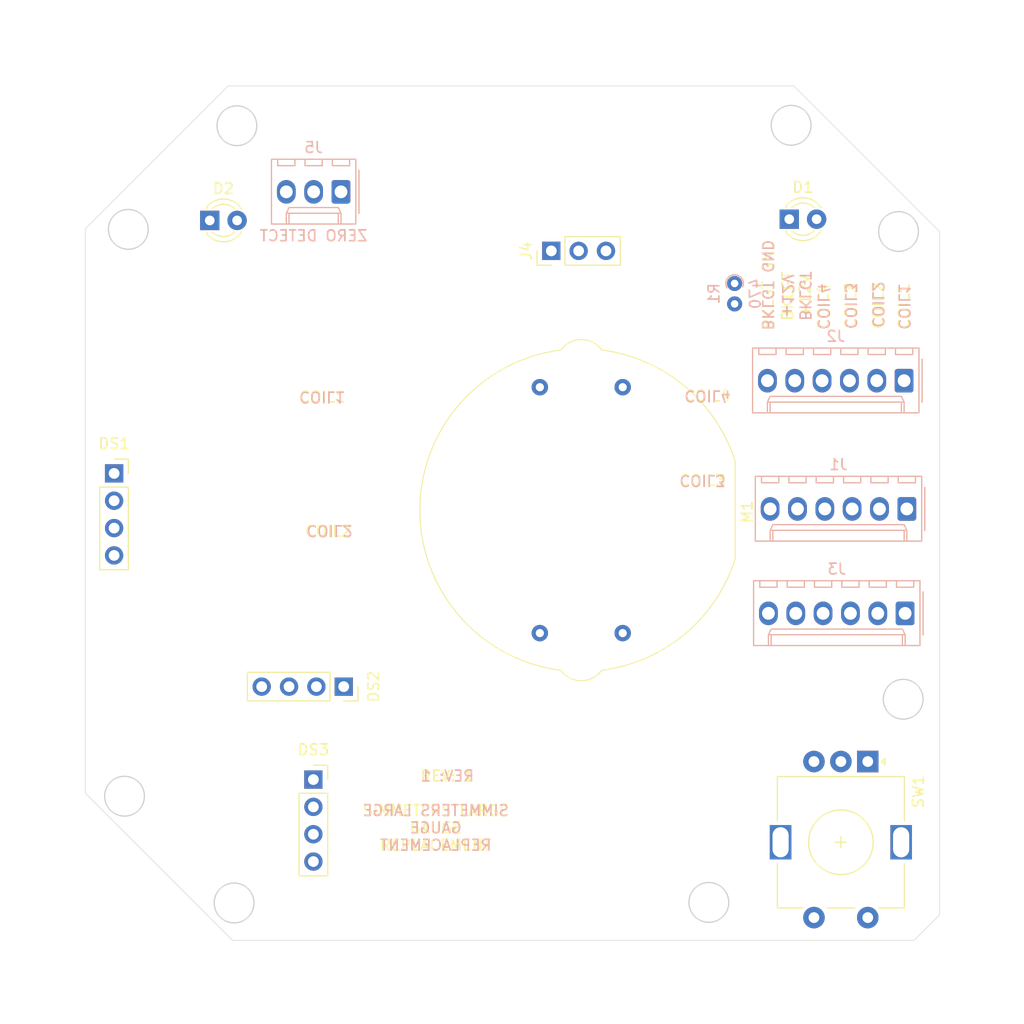
<source format=kicad_pcb>
(kicad_pcb (version 20221018) (generator pcbnew)
  (layers (0 "F.Cu" signal) (31 "B.Cu" signal) (34 "B.Paste" user) (35 "F.Paste" user) (36 "B.SilkS" user "B.Silkscreen") (37 "F.SilkS" user "F.Silkscreen") (38 "B.Mask" user) (39 "F.Mask" user) (44 "Edge.Cuts" user))
  (net 0 "")
  (net 1 "/COIL2")
  (net 2 "/COIL1")
  (net 3 "/COIL4")
  (net 4 "/COIL3")
  (net 5 "Net-(D1-K)")
  (net 6 "Net-(D1-A)")
  (net 7 "/BACKLIGHT_GND")
  (net 8 "/BACKLIGHT_+12V")
  (net 9 "/ENCORDER GND")
  (net 10 "/ENCODER-A")
  (net 11 "/ENCODER B")
  (net 12 "/ROW")
  (net 13 "/COL")
  (net 14 "GND")
  (net 15 "+3V3")
  (net 16 "/SC0")
  (net 17 "/SD0")
  (net 18 "/SC1")
  (net 19 "/SD1")
  (net 21 "+5V")
  (net 22 "/ZERO_DETECT")
  (footprint "Stepper:VID29-02" (layer "F.Cu") (at 186.3951 100.8596 -90)
    (fp_text reference "M1" (at 0 -15.4 90) (layer "F.SilkS"))
    (fp_text value "VID29-02")
    (fp_line (start -4.693796 -14.3) (end 4.363796 -14.3) (stroke (width 0.1)) (layer "F.SilkS"))
    (fp_arc (start -15.042514 -1.912994) (mid -11.676329 -9.617135) (end -4.693796 -14.299999) (stroke (width 0.1)) (layer "F.SilkS"))
    (fp_arc (start -15.042154 1.904192) (mid -16.015 0.001014) (end -15.043796 -1.903003) (stroke (width 0.1)) (layer "F.SilkS"))
    (fp_arc (start 4.373398 -14.296955) (mid 11.352785 -9.609402) (end 14.713796 -1.903003) (stroke (width 0.1)) (layer "F.SilkS"))
    (fp_arc (start 14.712154 -1.904192) (mid 15.685 -0.001014) (end 14.713796 1.903003) (stroke (width 0.1)) (layer "F.SilkS"))
    (fp_arc (start 14.713036 1.908935) (mid -0.16799 14.999999) (end -15.043796 1.903003) (stroke (width 0.1)) (layer "F.SilkS"))
    (pad "" np_thru_hole circle (at -13.665 0 270) (size 2.2 2.2) (drill 2.2) (layers "*.Cu" "*.Mask"))
    (pad "" np_thru_hole circle (at -9.165 -9 270) (size 2.5 2.5) (drill 2.5) (layers "*.Cu" "*.Mask"))
    (pad "" np_thru_hole circle (at -0.165 10 270) (size 3.8 3.8) (drill 3.8) (layers "*.Cu" "*.Mask"))
    (pad "" np_thru_hole circle (at 9.11 -9 270) (size 2.5 2.5) (drill 2.5) (layers "*.Cu" "*.Mask"))
    (pad "" np_thru_hole circle (at 13.335 0 270) (size 2.2 2.2) (drill 2.2) (layers "*.Cu" "*.Mask"))
    (pad "1" thru_hole circle (at -11.59 -3.85 270) (size 1.524 1.524) (drill 0.762) (layers "*.Cu" "*.Mask") (net 2 "/COIL1"))
    (pad "2" thru_hole circle (at -11.59 3.85 270) (size 1.524 1.524) (drill 0.762) (layers "*.Cu" "*.Mask") (net 1 "/COIL2"))
    (pad "3" thru_hole circle (at 11.26 3.85 270) (size 1.524 1.524) (drill 0.762) (layers "*.Cu" "*.Mask") (net 4 "/COIL3"))
    (pad "4" thru_hole circle (at 11.26 -3.85 270) (size 1.524 1.524) (drill 0.762) (layers "*.Cu" "*.Mask") (net 3 "/COIL4"))
  )
  (footprint "Connector_PinHeader_2.54mm:PinHeader_1x03_P2.54mm_Vertical" (layer "F.Cu") (at 183.610515 76.604574 90)
    (fp_text reference "J4" (at 0 -2.33 90) (layer "F.SilkS"))
    (fp_text value "ZERO")
    (fp_line (start -1.33 -1.33) (end 0 -1.33) (stroke (width 0.12)) (layer "F.SilkS"))
    (fp_line (start -1.33 0) (end -1.33 -1.33) (stroke (width 0.12)) (layer "F.SilkS"))
    (fp_line (start -1.33 1.27) (end -1.33 6.41) (stroke (width 0.12)) (layer "F.SilkS"))
    (fp_line (start -1.33 1.27) (end 1.33 1.27) (stroke (width 0.12)) (layer "F.SilkS"))
    (fp_line (start -1.33 6.41) (end 1.33 6.41) (stroke (width 0.12)) (layer "F.SilkS"))
    (fp_line (start 1.33 1.27) (end 1.33 6.41) (stroke (width 0.12)) (layer "F.SilkS"))
    (pad "1" thru_hole rect (at 0 0 90) (size 1.7 1.7) (drill 1) (layers "*.Cu" "*.Mask") (net 21 "+5V"))
    (pad "2" thru_hole oval (at 0 2.54 90) (size 1.7 1.7) (drill 1) (layers "*.Cu" "*.Mask") (net 22 "/ZERO_DETECT"))
    (pad "3" thru_hole oval (at 0 5.08 90) (size 1.7 1.7) (drill 1) (layers "*.Cu" "*.Mask") (net 14 "GND"))
  )
  (footprint "Rotary_Encoder:RotaryEncoder_Alps_EC11E-Switch_Vertical_H20mm" (layer "F.Cu") (at 213.0155 124.0546 -90)
    (fp_text reference "SW1" (at 2.8 -4.7 90) (layer "F.SilkS"))
    (fp_text value "RotaryEncoder_Switch")
    (fp_line (start -0.3 -1.6) (end 0.3 -1.6) (stroke (width 0.12)) (layer "F.SilkS"))
    (fp_line (start 0 -1.3) (end -0.3 -1.6) (stroke (width 0.12)) (layer "F.SilkS"))
    (fp_line (start 0.3 -1.6) (end 0 -1.3) (stroke (width 0.12)) (layer "F.SilkS"))
    (fp_line (start 1.4 -3.4) (end 1.4 8.4) (stroke (width 0.12)) (layer "F.SilkS"))
    (fp_line (start 5.5 -3.4) (end 1.4 -3.4) (stroke (width 0.12)) (layer "F.SilkS"))
    (fp_line (start 5.5 8.4) (end 1.4 8.4) (stroke (width 0.12)) (layer "F.SilkS"))
    (fp_line (start 7 2.5) (end 8 2.5) (stroke (width 0.12)) (layer "F.SilkS"))
    (fp_line (start 7.5 2) (end 7.5 3) (stroke (width 0.12)) (layer "F.SilkS"))
    (fp_line (start 9.5 -3.4) (end 13.6 -3.4) (stroke (width 0.12)) (layer "F.SilkS"))
    (fp_line (start 13.6 -3.4) (end 13.6 -1) (stroke (width 0.12)) (layer "F.SilkS"))
    (fp_line (start 13.6 1.2) (end 13.6 3.8) (stroke (width 0.12)) (layer "F.SilkS"))
    (fp_line (start 13.6 6) (end 13.6 8.4) (stroke (width 0.12)) (layer "F.SilkS"))
    (fp_line (start 13.6 8.4) (end 9.5 8.4) (stroke (width 0.12)) (layer "F.SilkS"))
    (fp_circle (center 7.5 2.5) (end 10.5 2.5) (stroke (width 0.12)) (fill none) (layer "F.SilkS"))
    (pad "A" thru_hole rect (at 0 0 270) (size 2 2) (drill 1) (layers "*.Cu" "*.Mask") (net 10 "/ENCODER-A"))
    (pad "B" thru_hole circle (at 0 5 270) (size 2 2) (drill 1) (layers "*.Cu" "*.Mask") (net 11 "/ENCODER B"))
    (pad "C" thru_hole circle (at 0 2.5 270) (size 2 2) (drill 1) (layers "*.Cu" "*.Mask") (net 9 "/ENCORDER GND"))
    (pad "MP" thru_hole rect (at 7.5 -3.1 270) (size 3.2 2) (drill oval 2.8 1.5) (layers "*.Cu" "*.Mask"))
    (pad "MP" thru_hole rect (at 7.5 8.1 270) (size 3.2 2) (drill oval 2.8 1.5) (layers "*.Cu" "*.Mask"))
    (pad "S1" thru_hole circle (at 14.5 5 270) (size 2 2) (drill 1) (layers "*.Cu" "*.Mask") (net 12 "/ROW"))
    (pad "S2" thru_hole circle (at 14.5 0 270) (size 2 2) (drill 1) (layers "*.Cu" "*.Mask") (net 13 "/COL"))
  )
  (footprint "Connector_PinSocket_2.54mm:PinSocket_1x04_P2.54mm_Vertical" (layer "F.Cu") (at 161.5025 125.7286)
    (fp_text reference "DS3" (at 0 -2.77) (layer "F.SilkS"))
    (fp_text value "PRESS_DISP")
    (fp_line (start -1.33 1.27) (end -1.33 8.95) (stroke (width 0.12)) (layer "F.SilkS"))
    (fp_line (start -1.33 1.27) (end 1.33 1.27) (stroke (width 0.12)) (layer "F.SilkS"))
    (fp_line (start -1.33 8.95) (end 1.33 8.95) (stroke (width 0.12)) (layer "F.SilkS"))
    (fp_line (start 0 -1.33) (end 1.33 -1.33) (stroke (width 0.12)) (layer "F.SilkS"))
    (fp_line (start 1.33 -1.33) (end 1.33 0) (stroke (width 0.12)) (layer "F.SilkS"))
    (fp_line (start 1.33 1.27) (end 1.33 8.95) (stroke (width 0.12)) (layer "F.SilkS"))
    (pad "1" thru_hole rect (at 0 0) (size 1.7 1.7) (drill 1) (layers "*.Cu" "*.Mask") (net 14 "GND"))
    (pad "2" thru_hole oval (at 0 2.54) (size 1.7 1.7) (drill 1) (layers "*.Cu" "*.Mask") (net 15 "+3V3"))
    (pad "3" thru_hole oval (at 0 5.08) (size 1.7 1.7) (drill 1) (layers "*.Cu" "*.Mask") (net 18 "/SC1"))
    (pad "4" thru_hole oval (at 0 7.62) (size 1.7 1.7) (drill 1) (layers "*.Cu" "*.Mask") (net 19 "/SD1"))
  )
  (footprint "Connector_PinSocket_2.54mm:PinSocket_1x04_P2.54mm_Vertical" (layer "F.Cu") (at 164.3215 117.0926 -90)
    (fp_text reference "DS2" (at 0 -2.77 90) (layer "F.SilkS"))
    (fp_text value "10K_ALT_DISP")
    (fp_line (start -1.33 1.27) (end -1.33 8.95) (stroke (width 0.12)) (layer "F.SilkS"))
    (fp_line (start -1.33 1.27) (end 1.33 1.27) (stroke (width 0.12)) (layer "F.SilkS"))
    (fp_line (start -1.33 8.95) (end 1.33 8.95) (stroke (width 0.12)) (layer "F.SilkS"))
    (fp_line (start 0 -1.33) (end 1.33 -1.33) (stroke (width 0.12)) (layer "F.SilkS"))
    (fp_line (start 1.33 -1.33) (end 1.33 0) (stroke (width 0.12)) (layer "F.SilkS"))
    (fp_line (start 1.33 1.27) (end 1.33 8.95) (stroke (width 0.12)) (layer "F.SilkS"))
    (pad "1" thru_hole rect (at 0 0 270) (size 1.7 1.7) (drill 1) (layers "*.Cu" "*.Mask") (net 14 "GND"))
    (pad "2" thru_hole oval (at 0 2.54 270) (size 1.7 1.7) (drill 1) (layers "*.Cu" "*.Mask") (net 15 "+3V3"))
    (pad "3" thru_hole oval (at 0 5.08 270) (size 1.7 1.7) (drill 1) (layers "*.Cu" "*.Mask") (net 16 "/SC0"))
    (pad "4" thru_hole oval (at 0 7.62 270) (size 1.7 1.7) (drill 1) (layers "*.Cu" "*.Mask") (net 17 "/SD0"))
  )
  (footprint "Connector_PinSocket_2.54mm:PinSocket_1x04_P2.54mm_Vertical" (layer "F.Cu") (at 142.9855 97.2806)
    (fp_text reference "DS1" (at 0 -2.77) (layer "F.SilkS"))
    (fp_text value "10K_ALT_DISP")
    (fp_line (start -1.33 1.27) (end -1.33 8.95) (stroke (width 0.12)) (layer "F.SilkS"))
    (fp_line (start -1.33 1.27) (end 1.33 1.27) (stroke (width 0.12)) (layer "F.SilkS"))
    (fp_line (start -1.33 8.95) (end 1.33 8.95) (stroke (width 0.12)) (layer "F.SilkS"))
    (fp_line (start 0 -1.33) (end 1.33 -1.33) (stroke (width 0.12)) (layer "F.SilkS"))
    (fp_line (start 1.33 -1.33) (end 1.33 0) (stroke (width 0.12)) (layer "F.SilkS"))
    (fp_line (start 1.33 1.27) (end 1.33 8.95) (stroke (width 0.12)) (layer "F.SilkS"))
    (pad "1" thru_hole rect (at 0 0) (size 1.7 1.7) (drill 1) (layers "*.Cu" "*.Mask") (net 14 "GND"))
    (pad "2" thru_hole oval (at 0 2.54) (size 1.7 1.7) (drill 1) (layers "*.Cu" "*.Mask") (net 15 "+3V3"))
    (pad "3" thru_hole oval (at 0 5.08) (size 1.7 1.7) (drill 1) (layers "*.Cu" "*.Mask") (net 16 "/SC0"))
    (pad "4" thru_hole oval (at 0 7.62) (size 1.7 1.7) (drill 1) (layers "*.Cu" "*.Mask") (net 17 "/SD0"))
  )
  (footprint "LED_THT:LED_D3.0mm" (layer "F.Cu") (at 151.875515 73.7746)
    (fp_text reference "D2" (at 1.27 -2.96) (layer "F.SilkS"))
    (fp_text value "LED")
    (fp_line (start -0.29 -1.236) (end -0.29 -1.08) (stroke (width 0.12)) (layer "F.SilkS"))
    (fp_line (start -0.29 1.08) (end -0.29 1.236) (stroke (width 0.12)) (layer "F.SilkS"))
    (fp_arc (start -0.29 -1.235516) (mid 1.366487 -1.987659) (end 2.942335 -1.078608) (stroke (width 0.12)) (layer "F.SilkS"))
    (fp_arc (start 0.229039 -1.08) (mid 1.270117 -1.5) (end 2.31113 -1.079837) (stroke (width 0.12)) (layer "F.SilkS"))
    (fp_arc (start 2.31113 1.079837) (mid 1.270117 1.5) (end 0.229039 1.08) (stroke (width 0.12)) (layer "F.SilkS"))
    (fp_arc (start 2.942335 1.078608) (mid 1.366487 1.987659) (end -0.29 1.235516) (stroke (width 0.12)) (layer "F.SilkS"))
    (pad "1" thru_hole rect (at 0 0) (size 1.8 1.8) (drill 0.9) (layers "*.Cu" "*.Mask") (net 7 "/BACKLIGHT_GND"))
    (pad "2" thru_hole circle (at 2.54 0) (size 1.8 1.8) (drill 0.9) (layers "*.Cu" "*.Mask") (net 5 "Net-(D1-K)"))
  )
  (footprint "LED_THT:LED_D3.0mm" (layer "F.Cu") (at 205.723515 73.658574)
    (fp_text reference "D1" (at 1.27 -2.96) (layer "F.SilkS"))
    (fp_text value "LED")
    (fp_line (start -0.29 -1.236) (end -0.29 -1.08) (stroke (width 0.12)) (layer "F.SilkS"))
    (fp_line (start -0.29 1.08) (end -0.29 1.236) (stroke (width 0.12)) (layer "F.SilkS"))
    (fp_arc (start -0.29 -1.235516) (mid 1.366487 -1.987659) (end 2.942335 -1.078608) (stroke (width 0.12)) (layer "F.SilkS"))
    (fp_arc (start 0.229039 -1.08) (mid 1.270117 -1.5) (end 2.31113 -1.079837) (stroke (width 0.12)) (layer "F.SilkS"))
    (fp_arc (start 2.31113 1.079837) (mid 1.270117 1.5) (end 0.229039 1.08) (stroke (width 0.12)) (layer "F.SilkS"))
    (fp_arc (start 2.942335 1.078608) (mid 1.366487 1.987659) (end -0.29 1.235516) (stroke (width 0.12)) (layer "F.SilkS"))
    (pad "1" thru_hole rect (at 0 0) (size 1.8 1.8) (drill 0.9) (layers "*.Cu" "*.Mask") (net 5 "Net-(D1-K)"))
    (pad "2" thru_hole circle (at 2.54 0) (size 1.8 1.8) (drill 0.9) (layers "*.Cu" "*.Mask") (net 6 "Net-(D1-A)"))
  )
  (footprint "Resistor_THT:R_Axial_DIN0204_L3.6mm_D1.6mm_P1.90mm_Vertical" (layer "B.Cu") (at 200.6435 79.6326 -90)
    (fp_text reference "R1" (at 0.95 1.92 90) (layer "B.SilkS") (effects (justify mirror)))
    (fp_text value "470" (at 0.95 -1.92 90) (layer "B.SilkS") (effects (justify mirror)))
    (fp_arc (start 0.417133 0.7) (mid -0.813042 0.054435) (end 0.320095 -0.749359) (stroke (width 0.12)) (layer "B.SilkS"))
    (pad "1" thru_hole circle (at 0 0 270) (size 1.4 1.4) (drill 0.7) (layers "*.Cu" "*.Mask") (net 8 "/BACKLIGHT_+12V"))
    (pad "2" thru_hole oval (at 1.9 0 270) (size 1.4 1.4) (drill 0.7) (layers "*.Cu" "*.Mask") (net 6 "Net-(D1-A)"))
  )
  (footprint "Connector_Molex:Molex_KK-254_AE-6410-06A_1x06_P2.54mm_Vertical" (layer "B.Cu") (at 216.6455 100.5826 180)
    (fp_text reference "J1" (at 6.35 4.12) (layer "B.SilkS") (effects (justify mirror)))
    (fp_text value "OLED")
    (fp_line (start -1.67 2) (end -1.67 -2) (stroke (width 0.12)) (layer "B.SilkS"))
    (fp_line (start -1.38 -2.99) (end 14.08 -2.99) (stroke (width 0.12)) (layer "B.SilkS"))
    (fp_line (start -1.38 3.03) (end -1.38 -2.99) (stroke (width 0.12)) (layer "B.SilkS"))
    (fp_line (start -0.8 2.43) (end 0.8 2.43) (stroke (width 0.12)) (layer "B.SilkS"))
    (fp_line (start -0.8 3.03) (end -0.8 2.43) (stroke (width 0.12)) (layer "B.SilkS"))
    (fp_line (start 0 -2.99) (end 0 -1.99) (stroke (width 0.12)) (layer "B.SilkS"))
    (fp_line (start 0 -1.99) (end 0.25 -1.46) (stroke (width 0.12)) (layer "B.SilkS"))
    (fp_line (start 0 -1.99) (end 12.7 -1.99) (stroke (width 0.12)) (layer "B.SilkS"))
    (fp_line (start 0.25 -2.99) (end 0.25 -1.99) (stroke (width 0.12)) (layer "B.SilkS"))
    (fp_line (start 0.25 -1.46) (end 12.45 -1.46) (stroke (width 0.12)) (layer "B.SilkS"))
    (fp_line (start 0.8 2.43) (end 0.8 3.03) (stroke (width 0.12)) (layer "B.SilkS"))
    (fp_line (start 1.74 2.43) (end 3.34 2.43) (stroke (width 0.12)) (layer "B.SilkS"))
    (fp_line (start 1.74 3.03) (end 1.74 2.43) (stroke (width 0.12)) (layer "B.SilkS"))
    (fp_line (start 3.34 2.43) (end 3.34 3.03) (stroke (width 0.12)) (layer "B.SilkS"))
    (fp_line (start 4.28 2.43) (end 5.88 2.43) (stroke (width 0.12)) (layer "B.SilkS"))
    (fp_line (start 4.28 3.03) (end 4.28 2.43) (stroke (width 0.12)) (layer "B.SilkS"))
    (fp_line (start 5.88 2.43) (end 5.88 3.03) (stroke (width 0.12)) (layer "B.SilkS"))
    (fp_line (start 6.82 2.43) (end 8.42 2.43) (stroke (width 0.12)) (layer "B.SilkS"))
    (fp_line (start 6.82 3.03) (end 6.82 2.43) (stroke (width 0.12)) (layer "B.SilkS"))
    (fp_line (start 8.42 2.43) (end 8.42 3.03) (stroke (width 0.12)) (layer "B.SilkS"))
    (fp_line (start 9.36 2.43) (end 10.96 2.43) (stroke (width 0.12)) (layer "B.SilkS"))
    (fp_line (start 9.36 3.03) (end 9.36 2.43) (stroke (width 0.12)) (layer "B.SilkS"))
    (fp_line (start 10.96 2.43) (end 10.96 3.03) (stroke (width 0.12)) (layer "B.SilkS"))
    (fp_line (start 11.9 2.43) (end 13.5 2.43) (stroke (width 0.12)) (layer "B.SilkS"))
    (fp_line (start 11.9 3.03) (end 11.9 2.43) (stroke (width 0.12)) (layer "B.SilkS"))
    (fp_line (start 12.45 -2.99) (end 12.45 -1.99) (stroke (width 0.12)) (layer "B.SilkS"))
    (fp_line (start 12.45 -1.46) (end 12.7 -1.99) (stroke (width 0.12)) (layer "B.SilkS"))
    (fp_line (start 12.7 -1.99) (end 12.7 -2.99) (stroke (width 0.12)) (layer "B.SilkS"))
    (fp_line (start 13.5 2.43) (end 13.5 3.03) (stroke (width 0.12)) (layer "B.SilkS"))
    (fp_line (start 14.08 -2.99) (end 14.08 3.03) (stroke (width 0.12)) (layer "B.SilkS"))
    (fp_line (start 14.08 3.03) (end -1.38 3.03) (stroke (width 0.12)) (layer "B.SilkS"))
    (pad "1" thru_hole roundrect (at 0 0 180) (size 1.74 2.19) (drill 1.19) (layers "*.Cu" "*.Mask") (roundrect_rratio 0.1436781609) (net 14 "GND"))
    (pad "2" thru_hole oval (at 2.54 0 180) (size 1.74 2.19) (drill 1.19) (layers "*.Cu" "*.Mask") (net 15 "+3V3"))
    (pad "3" thru_hole oval (at 5.08 0 180) (size 1.74 2.19) (drill 1.19) (layers "*.Cu" "*.Mask") (net 16 "/SC0"))
    (pad "4" thru_hole oval (at 7.62 0 180) (size 1.74 2.19) (drill 1.19) (layers "*.Cu" "*.Mask") (net 17 "/SD0"))
    (pad "5" thru_hole oval (at 10.16 0 180) (size 1.74 2.19) (drill 1.19) (layers "*.Cu" "*.Mask") (net 18 "/SC1"))
    (pad "6" thru_hole oval (at 12.7 0 180) (size 1.74 2.19) (drill 1.19) (layers "*.Cu" "*.Mask") (net 19 "/SD1"))
  )
  (footprint "Connector_Molex:Molex_KK-254_AE-6410-06A_1x06_P2.54mm_Vertical" (layer "B.Cu") (at 216.3915 88.6646 180)
    (fp_text reference "J2" (at 6.35 4.12) (layer "B.SilkS") (effects (justify mirror)))
    (fp_text value "STEPPER")
    (fp_line (start -1.67 2) (end -1.67 -2) (stroke (width 0.12)) (layer "B.SilkS"))
    (fp_line (start -1.38 -2.99) (end 14.08 -2.99) (stroke (width 0.12)) (layer "B.SilkS"))
    (fp_line (start -1.38 3.03) (end -1.38 -2.99) (stroke (width 0.12)) (layer "B.SilkS"))
    (fp_line (start -0.8 2.43) (end 0.8 2.43) (stroke (width 0.12)) (layer "B.SilkS"))
    (fp_line (start -0.8 3.03) (end -0.8 2.43) (stroke (width 0.12)) (layer "B.SilkS"))
    (fp_line (start 0 -2.99) (end 0 -1.99) (stroke (width 0.12)) (layer "B.SilkS"))
    (fp_line (start 0 -1.99) (end 0.25 -1.46) (stroke (width 0.12)) (layer "B.SilkS"))
    (fp_line (start 0 -1.99) (end 12.7 -1.99) (stroke (width 0.12)) (layer "B.SilkS"))
    (fp_line (start 0.25 -2.99) (end 0.25 -1.99) (stroke (width 0.12)) (layer "B.SilkS"))
    (fp_line (start 0.25 -1.46) (end 12.45 -1.46) (stroke (width 0.12)) (layer "B.SilkS"))
    (fp_line (start 0.8 2.43) (end 0.8 3.03) (stroke (width 0.12)) (layer "B.SilkS"))
    (fp_line (start 1.74 2.43) (end 3.34 2.43) (stroke (width 0.12)) (layer "B.SilkS"))
    (fp_line (start 1.74 3.03) (end 1.74 2.43) (stroke (width 0.12)) (layer "B.SilkS"))
    (fp_line (start 3.34 2.43) (end 3.34 3.03) (stroke (width 0.12)) (layer "B.SilkS"))
    (fp_line (start 4.28 2.43) (end 5.88 2.43) (stroke (width 0.12)) (layer "B.SilkS"))
    (fp_line (start 4.28 3.03) (end 4.28 2.43) (stroke (width 0.12)) (layer "B.SilkS"))
    (fp_line (start 5.88 2.43) (end 5.88 3.03) (stroke (width 0.12)) (layer "B.SilkS"))
    (fp_line (start 6.82 2.43) (end 8.42 2.43) (stroke (width 0.12)) (layer "B.SilkS"))
    (fp_line (start 6.82 3.03) (end 6.82 2.43) (stroke (width 0.12)) (layer "B.SilkS"))
    (fp_line (start 8.42 2.43) (end 8.42 3.03) (stroke (width 0.12)) (layer "B.SilkS"))
    (fp_line (start 9.36 2.43) (end 10.96 2.43) (stroke (width 0.12)) (layer "B.SilkS"))
    (fp_line (start 9.36 3.03) (end 9.36 2.43) (stroke (width 0.12)) (layer "B.SilkS"))
    (fp_line (start 10.96 2.43) (end 10.96 3.03) (stroke (width 0.12)) (layer "B.SilkS"))
    (fp_line (start 11.9 2.43) (end 13.5 2.43) (stroke (width 0.12)) (layer "B.SilkS"))
    (fp_line (start 11.9 3.03) (end 11.9 2.43) (stroke (width 0.12)) (layer "B.SilkS"))
    (fp_line (start 12.45 -2.99) (end 12.45 -1.99) (stroke (width 0.12)) (layer "B.SilkS"))
    (fp_line (start 12.45 -1.46) (end 12.7 -1.99) (stroke (width 0.12)) (layer "B.SilkS"))
    (fp_line (start 12.7 -1.99) (end 12.7 -2.99) (stroke (width 0.12)) (layer "B.SilkS"))
    (fp_line (start 13.5 2.43) (end 13.5 3.03) (stroke (width 0.12)) (layer "B.SilkS"))
    (fp_line (start 14.08 -2.99) (end 14.08 3.03) (stroke (width 0.12)) (layer "B.SilkS"))
    (fp_line (start 14.08 3.03) (end -1.38 3.03) (stroke (width 0.12)) (layer "B.SilkS"))
    (pad "1" thru_hole roundrect (at 0 0 180) (size 1.74 2.19) (drill 1.19) (layers "*.Cu" "*.Mask") (roundrect_rratio 0.1436781609) (net 2 "/COIL1"))
    (pad "2" thru_hole oval (at 2.54 0 180) (size 1.74 2.19) (drill 1.19) (layers "*.Cu" "*.Mask") (net 1 "/COIL2"))
    (pad "3" thru_hole oval (at 5.08 0 180) (size 1.74 2.19) (drill 1.19) (layers "*.Cu" "*.Mask") (net 4 "/COIL3"))
    (pad "4" thru_hole oval (at 7.62 0 180) (size 1.74 2.19) (drill 1.19) (layers "*.Cu" "*.Mask") (net 3 "/COIL4"))
    (pad "5" thru_hole oval (at 10.16 0 180) (size 1.74 2.19) (drill 1.19) (layers "*.Cu" "*.Mask") (net 8 "/BACKLIGHT_+12V"))
    (pad "6" thru_hole oval (at 12.7 0 180) (size 1.74 2.19) (drill 1.19) (layers "*.Cu" "*.Mask") (net 7 "/BACKLIGHT_GND"))
  )
  (footprint "Connector_Molex:Molex_KK-254_AE-6410-06A_1x06_P2.54mm_Vertical" (layer "B.Cu") (at 216.4855 110.2846 180)
    (fp_text reference "J3" (at 6.35 4.12) (layer "B.SilkS") (effects (justify mirror)))
    (fp_text value "ENCODER")
    (fp_line (start -1.67 2) (end -1.67 -2) (stroke (width 0.12)) (layer "B.SilkS"))
    (fp_line (start -1.38 -2.99) (end 14.08 -2.99) (stroke (width 0.12)) (layer "B.SilkS"))
    (fp_line (start -1.38 3.03) (end -1.38 -2.99) (stroke (width 0.12)) (layer "B.SilkS"))
    (fp_line (start -0.8 2.43) (end 0.8 2.43) (stroke (width 0.12)) (layer "B.SilkS"))
    (fp_line (start -0.8 3.03) (end -0.8 2.43) (stroke (width 0.12)) (layer "B.SilkS"))
    (fp_line (start 0 -2.99) (end 0 -1.99) (stroke (width 0.12)) (layer "B.SilkS"))
    (fp_line (start 0 -1.99) (end 0.25 -1.46) (stroke (width 0.12)) (layer "B.SilkS"))
    (fp_line (start 0 -1.99) (end 12.7 -1.99) (stroke (width 0.12)) (layer "B.SilkS"))
    (fp_line (start 0.25 -2.99) (end 0.25 -1.99) (stroke (width 0.12)) (layer "B.SilkS"))
    (fp_line (start 0.25 -1.46) (end 12.45 -1.46) (stroke (width 0.12)) (layer "B.SilkS"))
    (fp_line (start 0.8 2.43) (end 0.8 3.03) (stroke (width 0.12)) (layer "B.SilkS"))
    (fp_line (start 1.74 2.43) (end 3.34 2.43) (stroke (width 0.12)) (layer "B.SilkS"))
    (fp_line (start 1.74 3.03) (end 1.74 2.43) (stroke (width 0.12)) (layer "B.SilkS"))
    (fp_line (start 3.34 2.43) (end 3.34 3.03) (stroke (width 0.12)) (layer "B.SilkS"))
    (fp_line (start 4.28 2.43) (end 5.88 2.43) (stroke (width 0.12)) (layer "B.SilkS"))
    (fp_line (start 4.28 3.03) (end 4.28 2.43) (stroke (width 0.12)) (layer "B.SilkS"))
    (fp_line (start 5.88 2.43) (end 5.88 3.03) (stroke (width 0.12)) (layer "B.SilkS"))
    (fp_line (start 6.82 2.43) (end 8.42 2.43) (stroke (width 0.12)) (layer "B.SilkS"))
    (fp_line (start 6.82 3.03) (end 6.82 2.43) (stroke (width 0.12)) (layer "B.SilkS"))
    (fp_line (start 8.42 2.43) (end 8.42 3.03) (stroke (width 0.12)) (layer "B.SilkS"))
    (fp_line (start 9.36 2.43) (end 10.96 2.43) (stroke (width 0.12)) (layer "B.SilkS"))
    (fp_line (start 9.36 3.03) (end 9.36 2.43) (stroke (width 0.12)) (layer "B.SilkS"))
    (fp_line (start 10.96 2.43) (end 10.96 3.03) (stroke (width 0.12)) (layer "B.SilkS"))
    (fp_line (start 11.9 2.43) (end 13.5 2.43) (stroke (width 0.12)) (layer "B.SilkS"))
    (fp_line (start 11.9 3.03) (end 11.9 2.43) (stroke (width 0.12)) (layer "B.SilkS"))
    (fp_line (start 12.45 -2.99) (end 12.45 -1.99) (stroke (width 0.12)) (layer "B.SilkS"))
    (fp_line (start 12.45 -1.46) (end 12.7 -1.99) (stroke (width 0.12)) (layer "B.SilkS"))
    (fp_line (start 12.7 -1.99) (end 12.7 -2.99) (stroke (width 0.12)) (layer "B.SilkS"))
    (fp_line (start 13.5 2.43) (end 13.5 3.03) (stroke (width 0.12)) (layer "B.SilkS"))
    (fp_line (start 14.08 -2.99) (end 14.08 3.03) (stroke (width 0.12)) (layer "B.SilkS"))
    (fp_line (start 14.08 3.03) (end -1.38 3.03) (stroke (width 0.12)) (layer "B.SilkS"))
    (pad "1" thru_hole roundrect (at 0 0 180) (size 1.74 2.19) (drill 1.19) (layers "*.Cu" "*.Mask") (roundrect_rratio 0.1436781609) (net 9 "/ENCORDER GND"))
    (pad "2" thru_hole oval (at 2.54 0 180) (size 1.74 2.19) (drill 1.19) (layers "*.Cu" "*.Mask") (net 10 "/ENCODER-A"))
    (pad "3" thru_hole oval (at 5.08 0 180) (size 1.74 2.19) (drill 1.19) (layers "*.Cu" "*.Mask") (net 11 "/ENCODER B"))
    (pad "4" thru_hole oval (at 7.62 0 180) (size 1.74 2.19) (drill 1.19) (layers "*.Cu" "*.Mask") (net 12 "/ROW"))
    (pad "5" thru_hole oval (at 10.16 0 180) (size 1.74 2.19) (drill 1.19) (layers "*.Cu" "*.Mask") (net 13 "/COL"))
    (pad "6" thru_hole oval (at 12.7 0 180) (size 1.74 2.19) (drill 1.19) (layers "*.Cu" "*.Mask"))
  )
  (footprint "Connector_Molex:Molex_KK-254_AE-6410-03A_1x03_P2.54mm_Vertical" (layer "B.Cu") (at 164.067515 71.118574 180)
    (fp_text reference "J5" (at 2.54 4.12) (layer "B.SilkS") (effects (justify mirror)))
    (fp_text value "ZERO DETECT" (at 2.54 -4.08) (layer "B.SilkS") (effects (justify mirror)))
    (fp_line (start -1.67 2) (end -1.67 -2) (stroke (width 0.12)) (layer "B.SilkS"))
    (fp_line (start -1.38 -2.99) (end 6.46 -2.99) (stroke (width 0.12)) (layer "B.SilkS"))
    (fp_line (start -1.38 3.03) (end -1.38 -2.99) (stroke (width 0.12)) (layer "B.SilkS"))
    (fp_line (start -0.8 2.43) (end 0.8 2.43) (stroke (width 0.12)) (layer "B.SilkS"))
    (fp_line (start -0.8 3.03) (end -0.8 2.43) (stroke (width 0.12)) (layer "B.SilkS"))
    (fp_line (start 0 -2.99) (end 0 -1.99) (stroke (width 0.12)) (layer "B.SilkS"))
    (fp_line (start 0 -1.99) (end 0.25 -1.46) (stroke (width 0.12)) (layer "B.SilkS"))
    (fp_line (start 0 -1.99) (end 5.08 -1.99) (stroke (width 0.12)) (layer "B.SilkS"))
    (fp_line (start 0.25 -2.99) (end 0.25 -1.99) (stroke (width 0.12)) (layer "B.SilkS"))
    (fp_line (start 0.25 -1.46) (end 4.83 -1.46) (stroke (width 0.12)) (layer "B.SilkS"))
    (fp_line (start 0.8 2.43) (end 0.8 3.03) (stroke (width 0.12)) (layer "B.SilkS"))
    (fp_line (start 1.74 2.43) (end 3.34 2.43) (stroke (width 0.12)) (layer "B.SilkS"))
    (fp_line (start 1.74 3.03) (end 1.74 2.43) (stroke (width 0.12)) (layer "B.SilkS"))
    (fp_line (start 3.34 2.43) (end 3.34 3.03) (stroke (width 0.12)) (layer "B.SilkS"))
    (fp_line (start 4.28 2.43) (end 5.88 2.43) (stroke (width 0.12)) (layer "B.SilkS"))
    (fp_line (start 4.28 3.03) (end 4.28 2.43) (stroke (width 0.12)) (layer "B.SilkS"))
    (fp_line (start 4.83 -2.99) (end 4.83 -1.99) (stroke (width 0.12)) (layer "B.SilkS"))
    (fp_line (start 4.83 -1.46) (end 5.08 -1.99) (stroke (width 0.12)) (layer "B.SilkS"))
    (fp_line (start 5.08 -1.99) (end 5.08 -2.99) (stroke (width 0.12)) (layer "B.SilkS"))
    (fp_line (start 5.88 2.43) (end 5.88 3.03) (stroke (width 0.12)) (layer "B.SilkS"))
    (fp_line (start 6.46 -2.99) (end 6.46 3.03) (stroke (width 0.12)) (layer "B.SilkS"))
    (fp_line (start 6.46 3.03) (end -1.38 3.03) (stroke (width 0.12)) (layer "B.SilkS"))
    (pad "1" thru_hole roundrect (at 0 0 180) (size 1.74 2.19) (drill 1.19) (layers "*.Cu" "*.Mask") (roundrect_rratio 0.1436781609) (net 21 "+5V"))
    (pad "2" thru_hole oval (at 2.54 0 180) (size 1.74 2.19) (drill 1.19) (layers "*.Cu" "*.Mask") (net 22 "/ZERO_DETECT"))
    (pad "3" thru_hole oval (at 5.08 0 180) (size 1.74 2.19) (drill 1.19) (layers "*.Cu" "*.Mask") (net 14 "GND"))
  )
  (gr_line (start 153.585515 61.274574) (end 140.305515 74.554574) (stroke (width 0.05)) (layer "Edge.Cuts"))
  (gr_line (start 219.685515 138.294574) (end 219.685515 74.814574) (stroke (width 0.05)) (layer "Edge.Cuts"))
  (gr_line (start 140.305515 74.554574) (end 140.305515 126.984574) (stroke (width 0.05)) (layer "Edge.Cuts"))
  (gr_line (start 140.305515 126.984574) (end 153.985515 140.664574) (stroke (width 0.05)) (layer "Edge.Cuts"))
  (gr_circle (center 198.248559 137.144574) (end 200.098559 137.144574) (stroke (width 0.12)) (fill none) (layer "Edge.Cuts"))
  (gr_circle (center 154.395515 64.974574) (end 156.245515 64.974574) (stroke (width 0.12)) (fill none) (layer "Edge.Cuts"))
  (gr_line (start 206.145515 61.274574) (end 153.585515 61.274574) (stroke (width 0.05)) (layer "Edge.Cuts"))
  (gr_circle (center 144.305515 74.604574) (end 146.155515 74.604574) (stroke (width 0.12)) (fill none) (layer "Edge.Cuts"))
  (gr_circle (center 143.955515 127.274574) (end 145.805515 127.274574) (stroke (width 0.12)) (fill none) (layer "Edge.Cuts"))
  (gr_line (start 219.685515 74.814574) (end 206.145515 61.274574) (stroke (width 0.05)) (layer "Edge.Cuts"))
  (gr_circle (center 154.135515 137.194574) (end 155.985515 137.194574) (stroke (width 0.12)) (fill none) (layer "Edge.Cuts"))
  (gr_line (start 153.985515 140.664574) (end 205.835515 140.664574) (stroke (width 0.05)) (layer "Edge.Cuts"))
  (gr_circle (center 215.875515 74.804574) (end 217.725515 74.804574) (stroke (width 0.12)) (fill none) (layer "Edge.Cuts"))
  (gr_circle (center 205.895515 64.934574) (end 207.745515 64.934574) (stroke (width 0.12)) (fill none) (layer "Edge.Cuts"))
  (gr_line (start 205.835515 140.664574) (end 217.315515 140.664574) (stroke (width 0.05)) (layer "Edge.Cuts"))
  (gr_line (start 217.315515 140.664574) (end 219.685515 138.294574) (stroke (width 0.05)) (layer "Edge.Cuts"))
  (gr_circle (center 216.307037 118.266096) (end 218.157037 118.266096) (stroke (width 0.12)) (fill none) (layer "Edge.Cuts"))
  (gr_text "SIMMETERS LARGE\nGAUGE\nREPLACEMENT" (at 172.875515 130.214574) (layer "B.SilkS") (effects (font (size 1 1)) (justify mirror)))
  (gr_text "COIL1" (at 216.391515 81.782574 -90) (layer "B.SilkS") (effects (font (size 1 1)) (justify mirror)))
  (gr_text "COIL3" (at 197.665515 97.944574 -180) (layer "B.SilkS") (effects (font (size 1 1)) (justify mirror)))
  (gr_text "COIL4" (at 198.125515 90.084574 -180) (layer "B.SilkS") (effects (font (size 1 1)) (justify mirror)))
  (gr_text "COIL3" (at 211.421515 81.712574 -90) (layer "B.SilkS") (effects (font (size 1 1)) (justify mirror)))
  (gr_text "COIL2" (at 163.005515 102.604574 -180) (layer "B.SilkS") (effects (font (size 1 1)) (justify mirror)))
  (gr_text "REV: 1" (at 173.945515 125.394574) (layer "B.SilkS") (effects (font (size 1 1)) (justify mirror)))
  (gr_text "COIL2" (at 213.961515 81.592574 -90) (layer "B.SilkS") (effects (font (size 1 1)) (justify mirror)))
  (gr_text "BKLGT GND" (at 203.711515 84.072574 -90) (layer "B.SilkS") (effects (font (size 1 1)) (justify left mirror)))
  (gr_text "BKLGT\n+12V" (at 206.381515 80.802574 -90) (layer "B.SilkS") (effects (font (size 1 1)) (justify mirror)))
  (gr_text "COIL4" (at 208.891515 81.782574 -90) (layer "B.SilkS") (effects (font (size 1 1)) (justify mirror)))
  (gr_text "COIL1" (at 162.325515 90.184574 -180) (layer "B.SilkS") (effects (font (size 1 1)) (justify mirror)))
  (gr_text "REV: 1" (at 173.945515 125.394574) (layer "F.SilkS") (effects (font (size 1 1))))
  (gr_text "COIL2" (at 162.885515 102.644574) (layer "F.SilkS") (effects (font (size 1 1))))
  (gr_text "COIL4" (at 208.891515 81.782574 90) (layer "F.SilkS") (effects (font (size 1 1))))
  (gr_text "COIL3" (at 211.421515 81.712574 90) (layer "F.SilkS") (effects (font (size 1 1))))
  (gr_text "COIL1" (at 162.355515 90.184574) (layer "F.SilkS") (effects (font (size 1 1))))
  (gr_text "BKLGT\n+12V" (at 206.381515 80.802574 90) (layer "F.SilkS") (effects (font (size 1 1))))
  (gr_text "COIL4" (at 198.125515 90.084574) (layer "F.SilkS") (effects (font (size 1 1))))
  (gr_text "COIL2" (at 214.001515 81.712574 90) (layer "F.SilkS") (effects (font (size 1 1))))
  (gr_text "BKLGT GND" (at 203.761515 84.072574 90) (layer "F.SilkS") (effects (font (size 1 1)) (justify left)))
  (gr_text "COIL1" (at 216.391515 81.752574 90) (layer "F.SilkS") (effects (font (size 1 1))))
  (gr_text "COIL3" (at 197.665515 97.944574) (layer "F.SilkS") (effects (font (size 1 1))))
  (gr_text "SIMMETERS LARGE\nGAUGE\nREPLACEMENT" (at 172.875515 130.214574) (layer "F.SilkS") (effects (font (size 1 1))))
)
</source>
